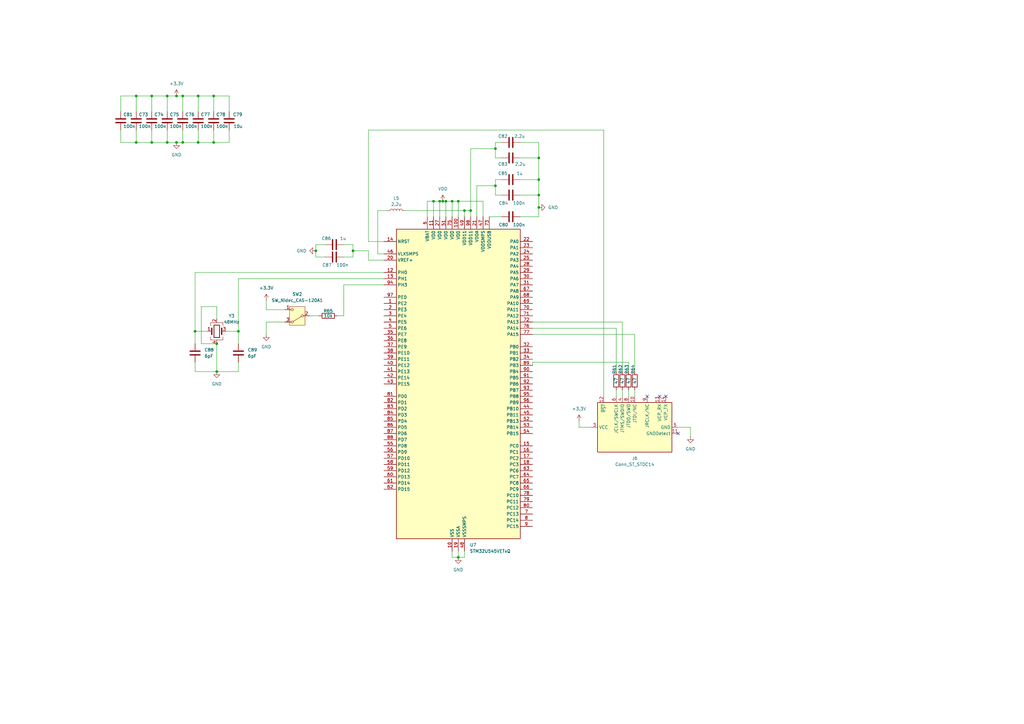
<source format=kicad_sch>
(kicad_sch (version 20250114) (generator "eeschema") (generator_version "9.0")
  (paper "A3")
  (title_block (title "STM32U5") (date "2025-09-19") (rev "0"))
  (lib_symbols
    (symbol "Connector:Conn_ST_STDC14"
      (property "Reference" "J" (at -8.89 16.51 0))
      (property "Value" "Conn_ST_STDC14" (at 17.78 16.51 0))
      (symbol "Conn_ST_STDC14_0_1"
        (rectangle (start -10.16 15.24) (end 10.16 -15.24) (stroke (width 0.254)) (fill (type background)))
      )
      (symbol "Conn_ST_STDC14_1_1"
        (pin no_connect line (at -10.16 5.08 0) (length 2.54) (hide yes) (name "NC") (number "1"))
        (pin no_connect line (at -10.16 2.54 0) (length 2.54) (hide yes) (name "NC") (number "2"))
        (pin passive line (at -2.54 -17.78 90) (length 2.54) (name "GNDDetect") (number "11"))
        (pin power_in line (at 0 17.78 270) (length 2.54) (name "VCC") (number "3"))
        (pin power_in line (at 0 -17.78 90) (length 2.54) (name "GND") (number "5"))
        (pin passive line (at 0 -17.78 90) (length 2.54) (hide yes) (name "GND") (number "7"))
        (pin open_collector line (at 12.7 12.7 180) (length 2.54) (name "~{RST}") (number "12"))
        (pin output line (at 12.7 7.62 180) (length 2.54) (name "JCLK/SWCLK") (number "6"))
        (pin bidirectional line (at 12.7 5.08 180) (length 2.54) (name "JTMS/SWDIO") (number "4"))
        (pin input line (at 12.7 2.54 180) (length 2.54) (name "JTDO/SWO") (number "8"))
        (pin output line (at 12.7 0 180) (length 2.54) (name "JTDI/NC") (number "10"))
        (pin input line (at 12.7 -5.08 180) (length 2.54) (name "JRCLK/NC") (number "9"))
        (pin output line (at 12.7 -10.16 180) (length 2.54) (name "VCP_RX") (number "13"))
        (pin input line (at 12.7 -12.7 180) (length 2.54) (name "VCP_TX") (number "14"))
      )
    )
    (symbol "Device:C" (pin_numbers (hide yes)) (pin_names (offset 0.254))
      (property "Reference" "C" (at 0.635 2.54 0))
      (property "Value" "C" (at 0.635 -2.54 0))
      (symbol "C_0_1"
        (polyline (pts (xy -2.032 0.762) (xy 2.032 0.762)) (stroke (width 0.508)))
        (polyline (pts (xy -2.032 -0.762) (xy 2.032 -0.762)) (stroke (width 0.508)))
      )
      (symbol "C_1_1"
        (pin passive line (at 0 3.81 270) (length 2.794) (name "~") (number "1"))
        (pin passive line (at 0 -3.81 90) (length 2.794) (name "~") (number "2"))
      )
    )
    (symbol "Device:Crystal_GND24" (pin_names (offset 1.016) (hide yes))
      (property "Reference" "Y" (at 3.175 5.08 0))
      (property "Value" "Crystal_GND24" (at 3.175 3.175 0))
      (symbol "Crystal_GND24_0_1"
        (polyline (pts (xy -2.54 2.286) (xy -2.54 3.556) (xy 2.54 3.556) (xy 2.54 2.286)))
        (polyline (pts (xy -2.54 0) (xy -2.032 0)))
        (polyline (pts (xy -2.54 -2.286) (xy -2.54 -3.556) (xy 2.54 -3.556) (xy 2.54 -2.286)))
        (polyline (pts (xy -2.032 -1.27) (xy -2.032 1.27)) (stroke (width 0.508)))
        (rectangle (start -1.143 2.54) (end 1.143 -2.54) (stroke (width 0.3048)))
        (polyline (pts (xy 0 3.556) (xy 0 3.81)))
        (polyline (pts (xy 0 -3.81) (xy 0 -3.556)))
        (polyline (pts (xy 2.032 0) (xy 2.54 0)))
        (polyline (pts (xy 2.032 -1.27) (xy 2.032 1.27)) (stroke (width 0.508)))
      )
      (symbol "Crystal_GND24_1_1"
        (pin passive line (at -3.81 0 0) (length 1.27) (name "1") (number "1"))
        (pin passive line (at 0 5.08 270) (length 1.27) (name "2") (number "2"))
        (pin passive line (at 0 -5.08 90) (length 1.27) (name "4") (number "4"))
        (pin passive line (at 3.81 0 180) (length 1.27) (name "3") (number "3"))
      )
    )
    (symbol "Device:L" (pin_numbers (hide yes)) (pin_names (offset 1.016) (hide yes))
      (property "Reference" "L" (at -1.27 0 90))
      (property "Value" "L" (at 1.905 0 90))
      (symbol "L_0_1"
        (arc (start 0 2.54) (mid 0.6323 1.905) (end 0 1.27))
        (arc (start 0 1.27) (mid 0.6323 0.635) (end 0 0))
        (arc (start 0 0) (mid 0.6323 -0.635) (end 0 -1.27))
        (arc (start 0 -1.27) (mid 0.6323 -1.905) (end 0 -2.54))
      )
      (symbol "L_1_1"
        (pin passive line (at 0 3.81 270) (length 1.27) (name "1") (number "1"))
        (pin passive line (at 0 -3.81 90) (length 1.27) (name "2") (number "2"))
      )
    )
    (symbol "Device:R" (pin_numbers (hide yes)) (pin_names (offset 0))
      (property "Reference" "R" (at 2.032 0 90))
      (property "Value" "R" (at 0 0 90))
      (symbol "R_0_1"
        (rectangle (start -1.016 -2.54) (end 1.016 2.54) (stroke (width 0.254)))
      )
      (symbol "R_1_1"
        (pin passive line (at 0 3.81 270) (length 1.27) (name "~") (number "1"))
        (pin passive line (at 0 -3.81 90) (length 1.27) (name "~") (number "2"))
      )
    )
    (symbol "MCU_ST_STM32U5:STM32U545VETxQ"
      (property "Reference" "U" (at -25.4 64.77 0))
      (property "Value" "STM32U545VETxQ" (at 15.24 64.77 0))
      (symbol "STM32U545VETxQ_0_1"
        (rectangle (start -25.4 -63.5) (end 25.4 63.5) (stroke (width 0.254)) (fill (type background)))
      )
      (symbol "STM32U545VETxQ_1_1"
        (pin input line (at -30.48 58.42 0) (length 5.08) (name "NRST") (number "14"))
        (pin power_in line (at -30.48 53.34 0) (length 5.08) (name "VLXSMPS") (number "46"))
        (pin input line (at -30.48 50.8 0) (length 5.08) (name "VREF+") (number "20"))
        (pin bidirectional line (at -30.48 45.72 0) (length 5.08) (name "PH0") (number "12"))
        (pin bidirectional line (at -30.48 43.18 0) (length 5.08) (name "PH1") (number "13"))
        (pin bidirectional line (at -30.48 40.64 0) (length 5.08) (name "PH3") (number "94"))
        (pin bidirectional line (at -30.48 35.56 0) (length 5.08) (name "PE0") (number "97"))
        (pin bidirectional line (at -30.48 33.02 0) (length 5.08) (name "PE2") (number "1"))
        (pin bidirectional line (at -30.48 30.48 0) (length 5.08) (name "PE3") (number "2"))
        (pin bidirectional line (at -30.48 27.94 0) (length 5.08) (name "PE4") (number "3"))
        (pin bidirectional line (at -30.48 25.4 0) (length 5.08) (name "PE5") (number "4"))
        (pin bidirectional line (at -30.48 22.86 0) (length 5.08) (name "PE6") (number "5"))
        (pin bidirectional line (at -30.48 20.32 0) (length 5.08) (name "PE7") (number "35"))
        (pin bidirectional line (at -30.48 17.78 0) (length 5.08) (name "PE8") (number "36"))
        (pin bidirectional line (at -30.48 15.24 0) (length 5.08) (name "PE9") (number "37"))
        (pin bidirectional line (at -30.48 12.7 0) (length 5.08) (name "PE10") (number "38"))
        (pin bidirectional line (at -30.48 10.16 0) (length 5.08) (name "PE11") (number "39"))
        (pin bidirectional line (at -30.48 7.62 0) (length 5.08) (name "PE12") (number "40"))
        (pin bidirectional line (at -30.48 5.08 0) (length 5.08) (name "PE13") (number "41"))
        (pin bidirectional line (at -30.48 2.54 0) (length 5.08) (name "PE14") (number "42"))
        (pin bidirectional line (at -30.48 0 0) (length 5.08) (name "PE15") (number "43"))
        (pin bidirectional line (at -30.48 -5.08 0) (length 5.08) (name "PD0") (number "81"))
        (pin bidirectional line (at -30.48 -7.62 0) (length 5.08) (name "PD1") (number "82"))
        (pin bidirectional line (at -30.48 -10.16 0) (length 5.08) (name "PD2") (number "83"))
        (pin bidirectional line (at -30.48 -12.7 0) (length 5.08) (name "PD3") (number "84"))
        (pin bidirectional line (at -30.48 -15.24 0) (length 5.08) (name "PD4") (number "85"))
        (pin bidirectional line (at -30.48 -17.78 0) (length 5.08) (name "PD5") (number "86"))
        (pin bidirectional line (at -30.48 -20.32 0) (length 5.08) (name "PD6") (number "87"))
        (pin bidirectional line (at -30.48 -22.86 0) (length 5.08) (name "PD7") (number "88"))
        (pin bidirectional line (at -30.48 -25.4 0) (length 5.08) (name "PD8") (number "55"))
        (pin bidirectional line (at -30.48 -27.94 0) (length 5.08) (name "PD9") (number "56"))
        (pin bidirectional line (at -30.48 -30.48 0) (length 5.08) (name "PD10") (number "57"))
        (pin bidirectional line (at -30.48 -33.02 0) (length 5.08) (name "PD11") (number "58"))
        (pin bidirectional line (at -30.48 -35.56 0) (length 5.08) (name "PD12") (number "59"))
        (pin bidirectional line (at -30.48 -38.1 0) (length 5.08) (name "PD13") (number "60"))
        (pin bidirectional line (at -30.48 -40.64 0) (length 5.08) (name "PD14") (number "61"))
        (pin bidirectional line (at -30.48 -43.18 0) (length 5.08) (name "PD15") (number "62"))
        (pin power_in line (at -12.7 68.58 270) (length 5.08) (name "VBAT") (number "6"))
        (pin power_in line (at -10.16 68.58 270) (length 5.08) (name "VDD") (number "11"))
        (pin power_in line (at -7.62 68.58 270) (length 5.08) (name "VDD") (number "27"))
        (pin power_in line (at -5.08 68.58 270) (length 5.08) (name "VDD") (number "51"))
        (pin power_in line (at -2.54 68.58 270) (length 5.08) (name "VDD") (number "75"))
        (pin power_in line (at -2.54 -68.58 90) (length 5.08) (name "VSS") (number "10"))
        (pin passive line (at -2.54 -68.58 90) (length 5.08) (hide yes) (name "VSS") (number "26"))
        (pin passive line (at -2.54 -68.58 90) (length 5.08) (hide yes) (name "VSS") (number "50"))
        (pin passive line (at -2.54 -68.58 90) (length 5.08) (hide yes) (name "VSS") (number "74"))
        (pin passive line (at -2.54 -68.58 90) (length 5.08) (hide yes) (name "VSS") (number "99"))
        (pin power_in line (at 0 68.58 270) (length 5.08) (name "VDD") (number "100"))
        (pin power_in line (at 0 -68.58 90) (length 5.08) (name "VSSA") (number "19"))
        (pin power_in line (at 2.54 68.58 270) (length 5.08) (name "VDD11") (number "49"))
        (pin power_in line (at 2.54 -68.58 90) (length 5.08) (name "VSSSMPS") (number "48"))
        (pin power_in line (at 5.08 68.58 270) (length 5.08) (name "VDD11") (number "98"))
        (pin power_in line (at 7.62 68.58 270) (length 5.08) (name "VDDA") (number "21"))
        (pin power_in line (at 10.16 68.58 270) (length 5.08) (name "VDDSMPS") (number "47"))
        (pin power_in line (at 12.7 68.58 270) (length 5.08) (name "VDDUSB") (number "73"))
        (pin bidirectional line (at 30.48 58.42 180) (length 5.08) (name "PA0") (number "22"))
        (pin bidirectional line (at 30.48 55.88 180) (length 5.08) (name "PA1") (number "23"))
        (pin bidirectional line (at 30.48 53.34 180) (length 5.08) (name "PA2") (number "24"))
        (pin bidirectional line (at 30.48 50.8 180) (length 5.08) (name "PA3") (number "25"))
        (pin bidirectional line (at 30.48 48.26 180) (length 5.08) (name "PA4") (number "28"))
        (pin bidirectional line (at 30.48 45.72 180) (length 5.08) (name "PA5") (number "29"))
        (pin bidirectional line (at 30.48 43.18 180) (length 5.08) (name "PA6") (number "30"))
        (pin bidirectional line (at 30.48 40.64 180) (length 5.08) (name "PA7") (number "31"))
        (pin bidirectional line (at 30.48 38.1 180) (length 5.08) (name "PA8") (number "67"))
        (pin bidirectional line (at 30.48 35.56 180) (length 5.08) (name "PA9") (number "68"))
        (pin bidirectional line (at 30.48 33.02 180) (length 5.08) (name "PA10") (number "69"))
        (pin bidirectional line (at 30.48 30.48 180) (length 5.08) (name "PA11") (number "70"))
        (pin bidirectional line (at 30.48 27.94 180) (length 5.08) (name "PA12") (number "71"))
        (pin bidirectional line (at 30.48 25.4 180) (length 5.08) (name "PA13") (number "72"))
        (pin bidirectional line (at 30.48 22.86 180) (length 5.08) (name "PA14") (number "76"))
        (pin bidirectional line (at 30.48 20.32 180) (length 5.08) (name "PA15") (number "77"))
        (pin bidirectional line (at 30.48 15.24 180) (length 5.08) (name "PB0") (number "32"))
        (pin bidirectional line (at 30.48 12.7 180) (length 5.08) (name "PB1") (number "33"))
        (pin bidirectional line (at 30.48 10.16 180) (length 5.08) (name "PB2") (number "34"))
        (pin bidirectional line (at 30.48 7.62 180) (length 5.08) (name "PB3") (number "89"))
        (pin bidirectional line (at 30.48 5.08 180) (length 5.08) (name "PB4") (number "90"))
        (pin bidirectional line (at 30.48 2.54 180) (length 5.08) (name "PB5") (number "91"))
        (pin bidirectional line (at 30.48 0 180) (length 5.08) (name "PB6") (number "92"))
        (pin bidirectional line (at 30.48 -2.54 180) (length 5.08) (name "PB7") (number "93"))
        (pin bidirectional line (at 30.48 -5.08 180) (length 5.08) (name "PB8") (number "95"))
        (pin bidirectional line (at 30.48 -7.62 180) (length 5.08) (name "PB9") (number "96"))
        (pin bidirectional line (at 30.48 -10.16 180) (length 5.08) (name "PB10") (number "44"))
        (pin bidirectional line (at 30.48 -12.7 180) (length 5.08) (name "PB11") (number "45"))
        (pin bidirectional line (at 30.48 -15.24 180) (length 5.08) (name "PB13") (number "52"))
        (pin bidirectional line (at 30.48 -17.78 180) (length 5.08) (name "PB14") (number "53"))
        (pin bidirectional line (at 30.48 -20.32 180) (length 5.08) (name "PB15") (number "54"))
        (pin bidirectional line (at 30.48 -25.4 180) (length 5.08) (name "PC0") (number "15"))
        (pin bidirectional line (at 30.48 -27.94 180) (length 5.08) (name "PC1") (number "16"))
        (pin bidirectional line (at 30.48 -30.48 180) (length 5.08) (name "PC2") (number "17"))
        (pin bidirectional line (at 30.48 -33.02 180) (length 5.08) (name "PC3") (number "18"))
        (pin bidirectional line (at 30.48 -35.56 180) (length 5.08) (name "PC6") (number "63"))
        (pin bidirectional line (at 30.48 -38.1 180) (length 5.08) (name "PC7") (number "64"))
        (pin bidirectional line (at 30.48 -40.64 180) (length 5.08) (name "PC8") (number "65"))
        (pin bidirectional line (at 30.48 -43.18 180) (length 5.08) (name "PC9") (number "66"))
        (pin bidirectional line (at 30.48 -45.72 180) (length 5.08) (name "PC10") (number "78"))
        (pin bidirectional line (at 30.48 -48.26 180) (length 5.08) (name "PC11") (number "79"))
        (pin bidirectional line (at 30.48 -50.8 180) (length 5.08) (name "PC12") (number "80"))
        (pin bidirectional line (at 30.48 -53.34 180) (length 5.08) (name "PC13") (number "7"))
        (pin bidirectional line (at 30.48 -55.88 180) (length 5.08) (name "PC14") (number "8"))
        (pin bidirectional line (at 30.48 -58.42 180) (length 5.08) (name "PC15") (number "9"))
      )
    )
    (symbol "Switch:SW_Nidec_CAS-120A1" (pin_names (offset 1) (hide yes))
      (property "Reference" "SW" (at 0 4.318 0))
      (property "Value" "SW_Nidec_CAS-120A1" (at 0 -5.08 0))
      (symbol "SW_Nidec_CAS-120A1_0_1"
        (circle (center -2.032 0) (radius 0.4572))
        (polyline (pts (xy -1.651 0.254) (xy 1.651 2.286)))
        (circle (center 2.032 2.54) (radius 0.4572))
        (circle (center 2.032 -2.54) (radius 0.4572))
      )
      (symbol "SW_Nidec_CAS-120A1_1_1"
        (rectangle (start -3.175 3.81) (end 3.175 -3.81) (fill (type background)))
        (pin passive line (at -5.08 0 0) (length 2.54) (name "B") (number "2"))
        (pin passive line (at 5.08 2.54 180) (length 2.54) (name "A") (number "3"))
        (pin passive line (at 5.08 -2.54 180) (length 2.54) (name "C") (number "1"))
      )
    )
    (symbol "power:+3.3V" (power) (pin_numbers (hide yes)) (pin_names (offset 0) (hide yes))
      (property "Value" "+3.3V" (at 0 3.556 0))
      (symbol "+3.3V_0_1"
        (polyline (pts (xy -0.762 1.27) (xy 0 2.54)))
        (polyline (pts (xy 0 2.54) (xy 0.762 1.27)))
        (polyline (pts (xy 0 0) (xy 0 2.54)))
      )
      (symbol "+3.3V_1_1"
        (pin power_in line (at 0 0 90) (length 0) (name "~") (number "1"))
      )
    )
    (symbol "power:GND" (power) (pin_numbers (hide yes)) (pin_names (offset 0) (hide yes))
      (property "Value" "GND" (at 0 -3.81 0))
      (symbol "GND_0_1"
        (polyline (pts (xy 0 0) (xy 0 -1.27) (xy 1.27 -1.27) (xy 0 -2.54) (xy -1.27 -1.27) (xy 0 -1.27)))
      )
      (symbol "GND_1_1"
        (pin power_in line (at 0 0 270) (length 0) (name "~") (number "1"))
      )
    )
    (symbol "power:VDD" (power) (pin_numbers (hide yes)) (pin_names (offset 0) (hide yes))
      (property "Value" "VDD" (at 0 3.556 0))
      (symbol "VDD_0_1"
        (polyline (pts (xy -0.762 1.27) (xy 0 2.54)))
        (polyline (pts (xy 0 2.54) (xy 0.762 1.27)))
        (polyline (pts (xy 0 0) (xy 0 2.54)))
      )
      (symbol "VDD_1_1"
        (pin power_in line (at 0 0 90) (length 0) (name "~") (number "1"))
      )
    )
  )
  (junction (at 220.98 73.66))
  (junction (at 74.93 39.37))
  (junction (at 220.98 80.01))
  (junction (at 87.63 39.37))
  (junction (at 55.88 58.42))
  (junction (at 203.2 76.2))
  (junction (at 220.98 64.77))
  (junction (at 193.04 86.36))
  (junction (at 74.93 58.42))
  (junction (at 81.28 58.42))
  (junction (at 220.98 85.09))
  (junction (at 81.28 39.37))
  (junction (at 68.58 58.42))
  (junction (at 203.2 60.96))
  (junction (at 129.54 102.87))
  (junction (at 72.39 39.37))
  (junction (at 187.96 82.55))
  (junction (at 177.8 82.55))
  (junction (at 88.9 152.4))
  (junction (at 80.01 135.89))
  (junction (at 62.23 39.37))
  (junction (at 97.79 135.89))
  (junction (at 144.78 102.87))
  (junction (at 72.39 58.42))
  (junction (at 68.58 39.37))
  (junction (at 62.23 58.42))
  (junction (at 185.42 82.55))
  (junction (at 55.88 39.37))
  (junction (at 87.63 58.42))
  (junction (at 190.5 86.36))
  (junction (at 180.34 82.55))
  (junction (at 88.9 140.97))
  (junction (at 181.61 82.55))
  (junction (at 187.96 228.6))
  (junction (at 182.88 82.55))
  (no_connect (at 278.13 177.8))
  (no_connect (at 265.43 162.56))
  (no_connect (at 273.05 162.56))
  (no_connect (at 270.51 162.56))
  (wire (pts (xy 80.01 152.4) (xy 88.9 152.4)))
  (wire (pts (xy 193.04 60.96) (xy 193.04 86.36)))
  (wire (pts (xy 257.81 148.59) (xy 257.81 152.4)))
  (wire (pts (xy 181.61 82.55) (xy 182.88 82.55)))
  (wire (pts (xy 252.73 160.02) (xy 252.73 162.56)))
  (wire (pts (xy 62.23 39.37) (xy 55.88 39.37)))
  (wire (pts (xy 68.58 39.37) (xy 68.58 45.72)))
  (wire (pts (xy 218.44 137.16) (xy 260.35 137.16)))
  (wire (pts (xy 129.54 100.33) (xy 129.54 102.87)))
  (wire (pts (xy 220.98 73.66) (xy 220.98 80.01)))
  (wire (pts (xy 220.98 88.9) (xy 220.98 85.09)))
  (wire (pts (xy 55.88 58.42) (xy 62.23 58.42)))
  (wire (pts (xy 97.79 135.89) (xy 97.79 140.97)))
  (wire (pts (xy 80.01 135.89) (xy 80.01 140.97)))
  (wire (pts (xy 87.63 53.34) (xy 87.63 58.42)))
  (wire (pts (xy 220.98 80.01) (xy 220.98 85.09)))
  (wire (pts (xy 68.58 53.34) (xy 68.58 58.42)))
  (wire (pts (xy 193.04 88.9) (xy 193.04 86.36)))
  (wire (pts (xy 144.78 100.33) (xy 140.97 100.33)))
  (wire (pts (xy 144.78 102.87) (xy 151.13 102.87)))
  (wire (pts (xy 255.27 160.02) (xy 255.27 162.56)))
  (wire (pts (xy 49.53 53.34) (xy 49.53 58.42)))
  (wire (pts (xy 213.36 73.66) (xy 220.98 73.66)))
  (wire (pts (xy 82.55 140.97) (xy 88.9 140.97)))
  (wire (pts (xy 80.01 148.59) (xy 80.01 152.4)))
  (wire (pts (xy 80.01 135.89) (xy 80.01 111.76)))
  (wire (pts (xy 93.98 53.34) (xy 93.98 58.42)))
  (wire (pts (xy 185.42 82.55) (xy 185.42 88.9)))
  (wire (pts (xy 129.54 105.41) (xy 129.54 102.87)))
  (wire (pts (xy 72.39 58.42) (xy 74.93 58.42)))
  (wire (pts (xy 138.43 129.54) (xy 140.97 129.54)))
  (wire (pts (xy 200.66 88.9) (xy 205.74 88.9)))
  (wire (pts (xy 140.97 116.84) (xy 157.48 116.84)))
  (wire (pts (xy 154.94 104.14) (xy 157.48 104.14)))
  (wire (pts (xy 187.96 82.55) (xy 187.96 88.9)))
  (wire (pts (xy 213.36 80.01) (xy 220.98 80.01)))
  (wire (pts (xy 133.35 105.41) (xy 129.54 105.41)))
  (wire (pts (xy 203.2 64.77) (xy 205.74 64.77)))
  (wire (pts (xy 252.73 134.62) (xy 252.73 152.4)))
  (wire (pts (xy 109.22 132.08) (xy 109.22 137.16)))
  (wire (pts (xy 195.58 88.9) (xy 195.58 76.2)))
  (wire (pts (xy 247.65 53.34) (xy 151.13 53.34)))
  (wire (pts (xy 177.8 82.55) (xy 177.8 88.9)))
  (wire (pts (xy 68.58 39.37) (xy 62.23 39.37)))
  (wire (pts (xy 151.13 53.34) (xy 151.13 99.06)))
  (wire (pts (xy 190.5 86.36) (xy 190.5 88.9)))
  (wire (pts (xy 278.13 175.26) (xy 283.21 175.26)))
  (wire (pts (xy 154.94 86.36) (xy 154.94 104.14)))
  (wire (pts (xy 127 129.54) (xy 130.81 129.54)))
  (wire (pts (xy 109.22 127) (xy 109.22 123.19)))
  (wire (pts (xy 144.78 105.41) (xy 144.78 102.87)))
  (wire (pts (xy 68.58 58.42) (xy 72.39 58.42)))
  (wire (pts (xy 237.49 172.72) (xy 237.49 175.26)))
  (wire (pts (xy 97.79 114.3) (xy 157.48 114.3)))
  (wire (pts (xy 93.98 45.72) (xy 93.98 39.37)))
  (wire (pts (xy 151.13 106.68) (xy 157.48 106.68)))
  (wire (pts (xy 180.34 82.55) (xy 180.34 88.9)))
  (wire (pts (xy 74.93 39.37) (xy 74.93 45.72)))
  (wire (pts (xy 260.35 152.4) (xy 260.35 137.16)))
  (wire (pts (xy 247.65 53.34) (xy 247.65 162.56)))
  (wire (pts (xy 92.71 135.89) (xy 97.79 135.89)))
  (wire (pts (xy 116.84 132.08) (xy 109.22 132.08)))
  (wire (pts (xy 88.9 152.4) (xy 97.79 152.4)))
  (wire (pts (xy 116.84 127) (xy 109.22 127)))
  (wire (pts (xy 55.88 39.37) (xy 55.88 45.72)))
  (wire (pts (xy 195.58 76.2) (xy 203.2 76.2)))
  (wire (pts (xy 87.63 39.37) (xy 87.63 45.72)))
  (wire (pts (xy 182.88 82.55) (xy 182.88 88.9)))
  (wire (pts (xy 203.2 60.96) (xy 203.2 58.42)))
  (wire (pts (xy 88.9 140.97) (xy 88.9 152.4)))
  (wire (pts (xy 88.9 130.81) (xy 88.9 125.73)))
  (wire (pts (xy 62.23 58.42) (xy 68.58 58.42)))
  (wire (pts (xy 49.53 39.37) (xy 49.53 45.72)))
  (wire (pts (xy 144.78 102.87) (xy 144.78 100.33)))
  (wire (pts (xy 49.53 58.42) (xy 55.88 58.42)))
  (wire (pts (xy 88.9 125.73) (xy 82.55 125.73)))
  (wire (pts (xy 180.34 82.55) (xy 181.61 82.55)))
  (wire (pts (xy 203.2 80.01) (xy 205.74 80.01)))
  (wire (pts (xy 213.36 58.42) (xy 220.98 58.42)))
  (wire (pts (xy 237.49 175.26) (xy 242.57 175.26)))
  (wire (pts (xy 255.27 132.08) (xy 255.27 152.4)))
  (wire (pts (xy 175.26 82.55) (xy 177.8 82.55)))
  (wire (pts (xy 87.63 39.37) (xy 81.28 39.37)))
  (wire (pts (xy 82.55 125.73) (xy 82.55 140.97)))
  (wire (pts (xy 187.96 228.6) (xy 185.42 228.6)))
  (wire (pts (xy 213.36 64.77) (xy 220.98 64.77)))
  (wire (pts (xy 97.79 135.89) (xy 97.79 114.3)))
  (wire (pts (xy 74.93 53.34) (xy 74.93 58.42)))
  (wire (pts (xy 190.5 86.36) (xy 166.37 86.36)))
  (wire (pts (xy 187.96 226.06) (xy 187.96 228.6)))
  (wire (pts (xy 151.13 99.06) (xy 157.48 99.06)))
  (wire (pts (xy 283.21 175.26) (xy 283.21 179.07)))
  (wire (pts (xy 93.98 39.37) (xy 87.63 39.37)))
  (wire (pts (xy 158.75 86.36) (xy 154.94 86.36)))
  (wire (pts (xy 193.04 86.36) (xy 190.5 86.36)))
  (wire (pts (xy 81.28 39.37) (xy 74.93 39.37)))
  (wire (pts (xy 193.04 60.96) (xy 203.2 60.96)))
  (wire (pts (xy 190.5 228.6) (xy 187.96 228.6)))
  (wire (pts (xy 97.79 148.59) (xy 97.79 152.4)))
  (wire (pts (xy 203.2 76.2) (xy 203.2 80.01)))
  (wire (pts (xy 203.2 58.42) (xy 205.74 58.42)))
  (wire (pts (xy 220.98 64.77) (xy 220.98 58.42)))
  (wire (pts (xy 175.26 82.55) (xy 175.26 88.9)))
  (wire (pts (xy 157.48 129.54) (xy 161.29 129.54)))
  (wire (pts (xy 203.2 76.2) (xy 203.2 73.66)))
  (wire (pts (xy 140.97 129.54) (xy 140.97 116.84)))
  (wire (pts (xy 177.8 82.55) (xy 180.34 82.55)))
  (wire (pts (xy 74.93 39.37) (xy 72.39 39.37)))
  (wire (pts (xy 187.96 82.55) (xy 198.12 82.55)))
  (wire (pts (xy 257.81 160.02) (xy 257.81 162.56)))
  (wire (pts (xy 218.44 134.62) (xy 252.73 134.62)))
  (wire (pts (xy 220.98 64.77) (xy 220.98 73.66)))
  (wire (pts (xy 218.44 148.59) (xy 218.44 149.86)))
  (wire (pts (xy 80.01 111.76) (xy 157.48 111.76)))
  (wire (pts (xy 182.88 82.55) (xy 185.42 82.55)))
  (wire (pts (xy 198.12 82.55) (xy 198.12 88.9)))
  (wire (pts (xy 140.97 105.41) (xy 144.78 105.41)))
  (wire (pts (xy 133.35 100.33) (xy 129.54 100.33)))
  (wire (pts (xy 55.88 39.37) (xy 49.53 39.37)))
  (wire (pts (xy 55.88 53.34) (xy 55.88 58.42)))
  (wire (pts (xy 62.23 39.37) (xy 62.23 45.72)))
  (wire (pts (xy 260.35 162.56) (xy 260.35 160.02)))
  (wire (pts (xy 151.13 102.87) (xy 151.13 106.68)))
  (wire (pts (xy 203.2 60.96) (xy 203.2 64.77)))
  (wire (pts (xy 218.44 148.59) (xy 257.81 148.59)))
  (wire (pts (xy 81.28 58.42) (xy 87.63 58.42)))
  (wire (pts (xy 213.36 88.9) (xy 220.98 88.9)))
  (wire (pts (xy 185.42 82.55) (xy 187.96 82.55)))
  (wire (pts (xy 74.93 58.42) (xy 81.28 58.42)))
  (wire (pts (xy 72.39 39.37) (xy 68.58 39.37)))
  (wire (pts (xy 218.44 132.08) (xy 255.27 132.08)))
  (wire (pts (xy 81.28 39.37) (xy 81.28 45.72)))
  (wire (pts (xy 87.63 58.42) (xy 93.98 58.42)))
  (wire (pts (xy 81.28 53.34) (xy 81.28 58.42)))
  (wire (pts (xy 185.42 226.06) (xy 185.42 228.6)))
  (wire (pts (xy 85.09 135.89) (xy 80.01 135.89)))
  (wire (pts (xy 62.23 53.34) (xy 62.23 58.42)))
  (wire (pts (xy 190.5 226.06) (xy 190.5 228.6)))
  (wire (pts (xy 203.2 73.66) (xy 205.74 73.66)))
  (symbol (lib_id "Device:C") (at 209.55 58.42 90) (unit 1)
    (property "Reference" "C82" (at 206.248 55.88 90))
    (property "Value" "2.2u" (at 213.106 55.88 90))
    (property "Description" "Unpolarized capacitor" (effects (hide yes)))
  )
  (symbol (lib_id "Device:Crystal_GND24") (at 88.9 135.89 0) (unit 1)
    (property "Reference" "Y3" (at 94.996 129.54 0))
    (property "Value" "48MHz" (at 94.996 132.08 0))
    (property "Description" "Four pin crystal, GND on pins 2 and 4" (effects (hide yes)))
  )
  (symbol (lib_id "power:GND") (at 109.22 137.16 0) (unit 1)
    (property "Reference" "#PWR0121" (effects (hide yes)))
    (property "Value" "GND" (at 109.22 142.24 0))
    (property "Description" "Power symbol creates a global label with name \"GND\" , ground" (effects (hide yes)))
  )
  (symbol (lib_id "Device:C") (at 87.63 49.53 0) (unit 1)
    (property "Reference" "C78" (at 88.646 46.99 0) (effects (justify left)))
    (property "Value" "100n" (at 88.646 51.816 0) (effects (justify left)))
    (property "Description" "Unpolarized capacitor" (effects (hide yes)))
  )
  (symbol (lib_id "power:GND") (at 88.9 152.4 0) (unit 1)
    (property "Reference" "#PWR0119" (effects (hide yes)))
    (property "Value" "GND" (at 88.9 157.48 0))
    (property "Description" "Power symbol creates a global label with name \"GND\" , ground" (effects (hide yes)))
  )
  (symbol (lib_id "power:+3.3V") (at 109.22 123.19 0) (unit 1)
    (property "Reference" "#PWR0120" (effects (hide yes)))
    (property "Value" "+3.3V" (at 109.22 118.11 0))
    (property "Description" "Power symbol creates a global label with name \"+3.3V\"" (effects (hide yes)))
  )
  (symbol (lib_id "Device:C") (at 81.28 49.53 0) (unit 1)
    (property "Reference" "C77" (at 82.296 46.99 0) (effects (justify left)))
    (property "Value" "100n" (at 82.296 51.816 0) (effects (justify left)))
    (property "Description" "Unpolarized capacitor" (effects (hide yes)))
  )
  (symbol (lib_id "power:GND") (at 187.96 228.6 0) (unit 1)
    (property "Reference" "#PWR0111" (effects (hide yes)))
    (property "Value" "GND" (at 187.96 233.68 0))
    (property "Description" "Power symbol creates a global label with name \"GND\" , ground" (effects (hide yes)))
  )
  (symbol (lib_id "Device:C") (at 74.93 49.53 0) (unit 1)
    (property "Reference" "C76" (at 75.946 46.99 0) (effects (justify left)))
    (property "Value" "100n" (at 75.946 51.816 0) (effects (justify left)))
    (property "Description" "Unpolarized capacitor" (effects (hide yes)))
  )
  (symbol (lib_id "Device:L") (at 162.56 86.36 90) (unit 1)
    (property "Reference" "L5" (at 162.56 81.28 90))
    (property "Value" "2.2u" (at 162.56 83.82 90))
    (property "Description" "Inductor" (effects (hide yes)))
  )
  (symbol (lib_id "MCU_ST_STM32U5:STM32U545VETxQ") (at 187.96 157.48 0) (unit 1)
    (property "Reference" "U7" (at 192.6433 223.52 0) (effects (justify left)))
    (property "Value" "STM32U545VETxQ" (at 192.6433 226.06 0) (effects (justify left)))
    (property "Footprint" "Package_QFP:LQFP-100_14x14mm_P0.5mm" (effects (hide yes)))
    (property "Datasheet" "https://www.st.com/resource/en/datasheet/stm32u545ve.pdf" (effects (hide yes)))
    (property "Description" "STMicroelectronics Arm Cortex-M33 MCU, 512KB flash, 274KB RAM, 79 GPIO, LQFP100" (effects (hide yes)))
  )
  (symbol (lib_id "Device:R") (at 257.81 156.21 0) (unit 1)
    (property "Reference" "R63" (at 257.048 153.416 90) (effects (justify left)))
    (property "Value" "47" (at 257.81 157.48 90) (effects (justify left)))
    (property "Description" "Resistor" (effects (hide yes)))
  )
  (symbol (lib_id "Device:C") (at 62.23 49.53 0) (unit 1)
    (property "Reference" "C74" (at 63.246 46.99 0) (effects (justify left)))
    (property "Value" "100n" (at 63.246 51.816 0) (effects (justify left)))
    (property "Description" "Unpolarized capacitor" (effects (hide yes)))
  )
  (symbol (lib_id "Device:C") (at 209.55 73.66 90) (unit 1)
    (property "Reference" "C85" (at 206.248 71.12 90))
    (property "Value" "1u" (at 213.106 71.12 90))
    (property "Description" "Unpolarized capacitor" (effects (hide yes)))
  )
  (symbol (lib_id "power:VDD") (at 181.61 82.55 0) (unit 1)
    (property "Reference" "#PWR0113" (effects (hide yes)))
    (property "Value" "VDD" (at 181.61 77.47 0))
    (property "Description" "Power symbol creates a global label with name \"VDD\"" (effects (hide yes)))
  )
  (symbol (lib_id "Device:C") (at 209.55 80.01 90) (unit 1)
    (property "Reference" "C84" (at 206.502 83.312 90))
    (property "Value" "100n" (at 212.852 83.312 90))
    (property "Description" "Unpolarized capacitor" (effects (hide yes)))
  )
  (symbol (lib_id "Device:C") (at 49.53 49.53 0) (unit 1)
    (property "Reference" "C81" (at 50.546 46.99 0) (effects (justify left)))
    (property "Value" "100n" (at 50.546 51.816 0) (effects (justify left)))
    (property "Description" "Unpolarized capacitor" (effects (hide yes)))
  )
  (symbol (lib_id "Device:C") (at 209.55 88.9 90) (unit 1)
    (property "Reference" "C80" (at 206.502 92.202 90))
    (property "Value" "100n" (at 212.852 92.202 90))
    (property "Description" "Unpolarized capacitor" (effects (hide yes)))
  )
  (symbol (lib_id "power:GND") (at 283.21 179.07 0) (unit 1)
    (property "Reference" "#PWR0118" (effects (hide yes)))
    (property "Value" "GND" (at 283.21 184.15 0))
    (property "Description" "Power symbol creates a global label with name \"GND\" , ground" (effects (hide yes)))
  )
  (symbol (lib_id "Device:R") (at 255.27 156.21 0) (unit 1)
    (property "Reference" "R62" (at 254.508 153.416 90) (effects (justify left)))
    (property "Value" "47" (at 255.27 157.48 90) (effects (justify left)))
    (property "Description" "Resistor" (effects (hide yes)))
  )
  (symbol (lib_id "power:+3.3V") (at 72.39 39.37 0) (unit 1)
    (property "Reference" "#PWR0116" (effects (hide yes)))
    (property "Value" "+3.3V" (at 72.39 34.29 0))
    (property "Description" "Power symbol creates a global label with name \"+3.3V\"" (effects (hide yes)))
  )
  (symbol (lib_id "Device:C") (at 80.01 144.78 0) (unit 1)
    (property "Reference" "C88" (at 83.82 143.5099 0) (effects (justify left)))
    (property "Value" "6pF" (at 83.82 146.0499 0) (effects (justify left)))
    (property "Description" "Unpolarized capacitor" (effects (hide yes)))
  )
  (symbol (lib_id "Device:R") (at 252.73 156.21 0) (unit 1)
    (property "Reference" "R61" (at 251.968 153.416 90) (effects (justify left)))
    (property "Value" "47" (at 252.73 156.21 90))
    (property "Description" "Resistor" (effects (hide yes)))
  )
  (symbol (lib_id "Device:C") (at 137.16 100.33 90) (unit 1)
    (property "Reference" "C86" (at 133.858 97.79 90))
    (property "Value" "1u" (at 140.716 97.79 90))
    (property "Description" "Unpolarized capacitor" (effects (hide yes)))
  )
  (symbol (lib_id "Device:R") (at 134.62 129.54 90) (unit 1)
    (property "Reference" "R65" (at 134.62 127.508 90))
    (property "Value" "10k" (at 134.62 129.54 90))
    (property "Description" "Resistor" (effects (hide yes)))
  )
  (symbol (lib_id "Device:C") (at 93.98 49.53 0) (unit 1)
    (property "Reference" "C79" (at 95.504 46.99 0) (effects (justify left)))
    (property "Value" "10u" (at 95.758 51.816 0) (effects (justify left)))
    (property "Description" "Unpolarized capacitor" (effects (hide yes)))
  )
  (symbol (lib_id "Device:C") (at 68.58 49.53 0) (unit 1)
    (property "Reference" "C75" (at 69.596 46.99 0) (effects (justify left)))
    (property "Value" "100n" (at 69.596 51.816 0) (effects (justify left)))
    (property "Description" "Unpolarized capacitor" (effects (hide yes)))
  )
  (symbol (lib_id "Device:R") (at 260.35 156.21 0) (unit 1)
    (property "Reference" "R64" (at 259.588 153.416 90) (effects (justify left)))
    (property "Value" "47" (at 260.35 157.48 90) (effects (justify left)))
    (property "Description" "Resistor" (effects (hide yes)))
  )
  (symbol (lib_id "Device:C") (at 55.88 49.53 0) (unit 1)
    (property "Reference" "C73" (at 56.896 46.99 0) (effects (justify left)))
    (property "Value" "100n" (at 56.896 51.816 0) (effects (justify left)))
    (property "Description" "Unpolarized capacitor" (effects (hide yes)))
  )
  (symbol (lib_id "Connector:Conn_ST_STDC14") (at 260.35 175.26 90) (unit 1)
    (property "Reference" "J6" (at 260.35 187.96 90))
    (property "Value" "Conn_ST_STDC14" (at 260.35 190.5 90))
    (property "Datasheet" "https://www.st.com/content/ccc/resource/technical/document/user_manual/group1/99/49/91/b6/b2/3a/46/e5/DM00526767/files/DM00526767.pdf/jcr:content/translations/en.DM00526767.pdf" (effects (hide yes)))
    (property "Description" "ST Debug Connector, standard ARM Cortex-M SWD and JTAG interface plus UART" (effects (hide yes)))
  )
  (symbol (lib_id "power:GND") (at 220.98 85.09 90) (unit 1)
    (property "Reference" "#PWR0112" (effects (hide yes)))
    (property "Value" "GND" (at 224.79 85.0899 90) (effects (justify right)))
    (property "Description" "Power symbol creates a global label with name \"GND\" , ground" (effects (hide yes)))
  )
  (symbol (lib_id "Switch:SW_Nidec_CAS-120A1") (at 121.92 129.54 180) (unit 1)
    (property "Reference" "SW2" (at 121.92 120.65 0))
    (property "Value" "SW_Nidec_CAS-120A1" (at 121.92 123.19 0))
    (property "Footprint" "Button_Switch_SMD:Nidec_Copal_CAS-120A" (effects (hide yes)))
    (property "Datasheet" "https://www.nidec-components.com/e/catalog/switch/cas.pdf" (effects (hide yes)))
    (property "Description" "Switch, single pole double throw" (effects (hide yes)))
  )
  (symbol (lib_id "Device:C") (at 209.55 64.77 90) (unit 1)
    (property "Reference" "C83" (at 206.248 67.31 90))
    (property "Value" "2.2u" (at 213.36 67.31 90))
    (property "Description" "Unpolarized capacitor" (effects (hide yes)))
  )
  (symbol (lib_id "power:+3.3V") (at 237.49 172.72 0) (unit 1)
    (property "Reference" "#PWR0117" (effects (hide yes)))
    (property "Value" "+3.3V" (at 237.49 167.64 0))
    (property "Description" "Power symbol creates a global label with name \"+3.3V\"" (effects (hide yes)))
  )
  (symbol (lib_id "power:GND") (at 129.54 102.87 270) (unit 1)
    (property "Reference" "#PWR0114" (effects (hide yes)))
    (property "Value" "GND" (at 125.73 102.8699 90) (effects (justify right)))
    (property "Description" "Power symbol creates a global label with name \"GND\" , ground" (effects (hide yes)))
  )
  (symbol (lib_id "Device:C") (at 137.16 105.41 90) (unit 1)
    (property "Reference" "C87" (at 134.112 108.712 90))
    (property "Value" "100n" (at 140.462 108.712 90))
    (property "Description" "Unpolarized capacitor" (effects (hide yes)))
  )
  (symbol (lib_id "power:GND") (at 72.39 58.42 0) (unit 1)
    (property "Reference" "#PWR0115" (effects (hide yes)))
    (property "Value" "GND" (at 72.39 63.5 0))
    (property "Description" "Power symbol creates a global label with name \"GND\" , ground" (effects (hide yes)))
  )
  (symbol (lib_id "Device:C") (at 97.79 144.78 0) (unit 1)
    (property "Reference" "C89" (at 101.6 143.5099 0) (effects (justify left)))
    (property "Value" "6pF" (at 101.6 146.0499 0) (effects (justify left)))
    (property "Description" "Unpolarized capacitor" (effects (hide yes)))
  )
)
</source>
